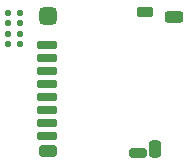
<source format=gbp>
G04*
G04 #@! TF.GenerationSoftware,Altium Limited,Altium Designer,21.7.2 (23)*
G04*
G04 Layer_Color=128*
%FSLAX25Y25*%
%MOIN*%
G70*
G04*
G04 #@! TF.SameCoordinates,B8FF2686-26FE-4676-990D-FFE42A965D4B*
G04*
G04*
G04 #@! TF.FilePolarity,Positive*
G04*
G01*
G75*
G04:AMPARAMS|DCode=21|XSize=20mil|YSize=20mil|CornerRadius=5mil|HoleSize=0mil|Usage=FLASHONLY|Rotation=270.000|XOffset=0mil|YOffset=0mil|HoleType=Round|Shape=RoundedRectangle|*
%AMROUNDEDRECTD21*
21,1,0.02000,0.01000,0,0,270.0*
21,1,0.01000,0.02000,0,0,270.0*
1,1,0.01000,-0.00500,-0.00500*
1,1,0.01000,-0.00500,0.00500*
1,1,0.01000,0.00500,0.00500*
1,1,0.01000,0.00500,-0.00500*
%
%ADD21ROUNDEDRECTD21*%
G04:AMPARAMS|DCode=62|XSize=31.5mil|YSize=59.06mil|CornerRadius=7.87mil|HoleSize=0mil|Usage=FLASHONLY|Rotation=90.000|XOffset=0mil|YOffset=0mil|HoleType=Round|Shape=RoundedRectangle|*
%AMROUNDEDRECTD62*
21,1,0.03150,0.04331,0,0,90.0*
21,1,0.01575,0.05906,0,0,90.0*
1,1,0.01575,0.02165,0.00787*
1,1,0.01575,0.02165,-0.00787*
1,1,0.01575,-0.02165,-0.00787*
1,1,0.01575,-0.02165,0.00787*
%
%ADD62ROUNDEDRECTD62*%
G04:AMPARAMS|DCode=63|XSize=31.5mil|YSize=55.12mil|CornerRadius=7.87mil|HoleSize=0mil|Usage=FLASHONLY|Rotation=90.000|XOffset=0mil|YOffset=0mil|HoleType=Round|Shape=RoundedRectangle|*
%AMROUNDEDRECTD63*
21,1,0.03150,0.03937,0,0,90.0*
21,1,0.01575,0.05512,0,0,90.0*
1,1,0.01575,0.01968,0.00787*
1,1,0.01575,0.01968,-0.00787*
1,1,0.01575,-0.01968,-0.00787*
1,1,0.01575,-0.01968,0.00787*
%
%ADD63ROUNDEDRECTD63*%
G04:AMPARAMS|DCode=64|XSize=40mil|YSize=59.06mil|CornerRadius=10mil|HoleSize=0mil|Usage=FLASHONLY|Rotation=90.000|XOffset=0mil|YOffset=0mil|HoleType=Round|Shape=RoundedRectangle|*
%AMROUNDEDRECTD64*
21,1,0.04000,0.03906,0,0,90.0*
21,1,0.02000,0.05906,0,0,90.0*
1,1,0.02000,0.01953,0.01000*
1,1,0.02000,0.01953,-0.01000*
1,1,0.02000,-0.01953,-0.01000*
1,1,0.02000,-0.01953,0.01000*
%
%ADD64ROUNDEDRECTD64*%
G04:AMPARAMS|DCode=65|XSize=59.06mil|YSize=59.06mil|CornerRadius=14.76mil|HoleSize=0mil|Usage=FLASHONLY|Rotation=90.000|XOffset=0mil|YOffset=0mil|HoleType=Round|Shape=RoundedRectangle|*
%AMROUNDEDRECTD65*
21,1,0.05906,0.02953,0,0,90.0*
21,1,0.02953,0.05906,0,0,90.0*
1,1,0.02953,0.01476,0.01476*
1,1,0.02953,0.01476,-0.01476*
1,1,0.02953,-0.01476,-0.01476*
1,1,0.02953,-0.01476,0.01476*
%
%ADD65ROUNDEDRECTD65*%
G04:AMPARAMS|DCode=66|XSize=57.09mil|YSize=39.37mil|CornerRadius=9.84mil|HoleSize=0mil|Usage=FLASHONLY|Rotation=90.000|XOffset=0mil|YOffset=0mil|HoleType=Round|Shape=RoundedRectangle|*
%AMROUNDEDRECTD66*
21,1,0.05709,0.01968,0,0,90.0*
21,1,0.03740,0.03937,0,0,90.0*
1,1,0.01968,0.00984,0.01870*
1,1,0.01968,0.00984,-0.01870*
1,1,0.01968,-0.00984,-0.01870*
1,1,0.01968,-0.00984,0.01870*
%
%ADD66ROUNDEDRECTD66*%
G04:AMPARAMS|DCode=67|XSize=39.37mil|YSize=61.02mil|CornerRadius=9.84mil|HoleSize=0mil|Usage=FLASHONLY|Rotation=90.000|XOffset=0mil|YOffset=0mil|HoleType=Round|Shape=RoundedRectangle|*
%AMROUNDEDRECTD67*
21,1,0.03937,0.04134,0,0,90.0*
21,1,0.01968,0.06102,0,0,90.0*
1,1,0.01968,0.02067,0.00984*
1,1,0.01968,0.02067,-0.00984*
1,1,0.01968,-0.02067,-0.00984*
1,1,0.01968,-0.02067,0.00984*
%
%ADD67ROUNDEDRECTD67*%
G04:AMPARAMS|DCode=68|XSize=27.56mil|YSize=68.9mil|CornerRadius=6.89mil|HoleSize=0mil|Usage=FLASHONLY|Rotation=90.000|XOffset=0mil|YOffset=0mil|HoleType=Round|Shape=RoundedRectangle|*
%AMROUNDEDRECTD68*
21,1,0.02756,0.05512,0,0,90.0*
21,1,0.01378,0.06890,0,0,90.0*
1,1,0.01378,0.02756,0.00689*
1,1,0.01378,0.02756,-0.00689*
1,1,0.01378,-0.02756,-0.00689*
1,1,0.01378,-0.02756,0.00689*
%
%ADD68ROUNDEDRECTD68*%
D21*
X41100Y70400D02*
D03*
X37100D02*
D03*
X41100Y73900D02*
D03*
X37100D02*
D03*
X41100Y66900D02*
D03*
X37100D02*
D03*
X41100Y63400D02*
D03*
X37100D02*
D03*
D62*
X80413Y27130D02*
D03*
D63*
X82972Y74079D02*
D03*
D64*
X50492Y27614D02*
D03*
D65*
Y72799D02*
D03*
D66*
X86319Y28409D02*
D03*
D67*
X92520Y72504D02*
D03*
D68*
X50000Y32839D02*
D03*
Y37169D02*
D03*
Y41500D02*
D03*
Y45831D02*
D03*
Y50161D02*
D03*
Y54492D02*
D03*
Y58823D02*
D03*
Y63153D02*
D03*
M02*

</source>
